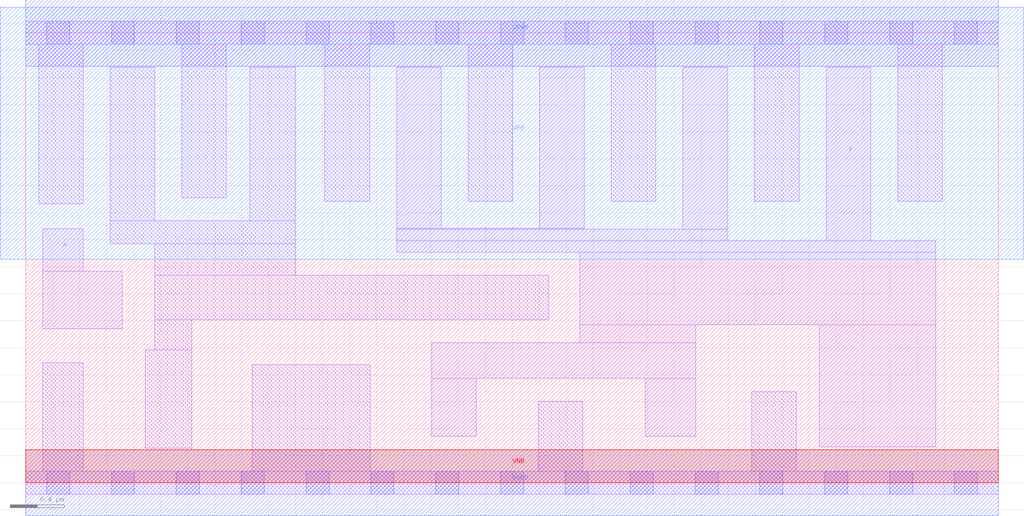
<source format=lef>
# Copyright 2020 The SkyWater PDK Authors
#
# Licensed under the Apache License, Version 2.0 (the "License");
# you may not use this file except in compliance with the License.
# You may obtain a copy of the License at
#
#     https://www.apache.org/licenses/LICENSE-2.0
#
# Unless required by applicable law or agreed to in writing, software
# distributed under the License is distributed on an "AS IS" BASIS,
# WITHOUT WARRANTIES OR CONDITIONS OF ANY KIND, either express or implied.
# See the License for the specific language governing permissions and
# limitations under the License.
#
# SPDX-License-Identifier: Apache-2.0

VERSION 5.7 ;
  NOWIREEXTENSIONATPIN ON ;
  DIVIDERCHAR "/" ;
  BUSBITCHARS "[]" ;
MACRO sky130_fd_sc_lp__clkbuflp_8
  CLASS CORE ;
  FOREIGN sky130_fd_sc_lp__clkbuflp_8 ;
  ORIGIN  0.000000  0.000000 ;
  SIZE  7.200000 BY  3.330000 ;
  SYMMETRY X Y R90 ;
  SITE unit ;
  PIN A
    ANTENNAGATEAREA  1.384000 ;
    DIRECTION INPUT ;
    USE SIGNAL ;
    PORT
      LAYER li1 ;
        RECT 0.125000 1.140000 0.715000 1.565000 ;
        RECT 0.125000 1.565000 0.425000 1.880000 ;
    END
  END A
  PIN X
    ANTENNADIFFAREA  1.428000 ;
    DIRECTION OUTPUT ;
    USE SIGNAL ;
    PORT
      LAYER li1 ;
        RECT 2.745000 1.705000 6.735000 1.790000 ;
        RECT 2.745000 1.790000 5.195000 1.875000 ;
        RECT 2.745000 1.875000 4.135000 1.885000 ;
        RECT 2.745000 1.885000 3.075000 3.075000 ;
        RECT 3.005000 0.345000 3.335000 0.775000 ;
        RECT 3.005000 0.775000 4.960000 1.035000 ;
        RECT 3.805000 1.885000 4.135000 3.075000 ;
        RECT 4.100000 1.035000 4.960000 1.170000 ;
        RECT 4.100000 1.170000 6.735000 1.705000 ;
        RECT 4.585000 0.345000 4.960000 0.775000 ;
        RECT 4.865000 1.875000 5.195000 3.075000 ;
        RECT 5.875000 0.265000 6.735000 1.170000 ;
        RECT 5.925000 1.790000 6.255000 3.075000 ;
    END
  END X
  PIN VGND
    DIRECTION INOUT ;
    USE GROUND ;
    PORT
      LAYER met1 ;
        RECT 0.000000 -0.245000 7.200000 0.245000 ;
    END
  END VGND
  PIN VNB
    DIRECTION INOUT ;
    USE GROUND ;
    PORT
      LAYER pwell ;
        RECT 0.000000 0.000000 7.200000 0.245000 ;
    END
  END VNB
  PIN VPB
    DIRECTION INOUT ;
    USE POWER ;
    PORT
      LAYER nwell ;
        RECT -0.190000 1.655000 7.390000 3.520000 ;
    END
  END VPB
  PIN VPWR
    DIRECTION INOUT ;
    USE POWER ;
    PORT
      LAYER met1 ;
        RECT 0.000000 3.085000 7.200000 3.575000 ;
    END
  END VPWR
  OBS
    LAYER li1 ;
      RECT 0.000000 -0.085000 7.200000 0.085000 ;
      RECT 0.000000  3.245000 7.200000 3.415000 ;
      RECT 0.095000  2.065000 0.425000 3.245000 ;
      RECT 0.125000  0.085000 0.425000 0.890000 ;
      RECT 0.625000  1.770000 1.995000 1.940000 ;
      RECT 0.625000  1.940000 0.955000 3.075000 ;
      RECT 0.885000  0.255000 1.230000 0.985000 ;
      RECT 0.955000  0.985000 1.230000 1.205000 ;
      RECT 0.955000  1.205000 3.870000 1.535000 ;
      RECT 0.955000  1.535000 1.995000 1.770000 ;
      RECT 1.155000  2.110000 1.485000 3.245000 ;
      RECT 1.660000  1.940000 1.995000 3.075000 ;
      RECT 1.675000  0.085000 2.550000 0.875000 ;
      RECT 2.215000  2.085000 2.545000 3.245000 ;
      RECT 3.275000  2.085000 3.605000 3.245000 ;
      RECT 3.795000  0.085000 4.125000 0.605000 ;
      RECT 4.335000  2.085000 4.665000 3.245000 ;
      RECT 5.375000  0.085000 5.705000 0.675000 ;
      RECT 5.395000  2.085000 5.725000 3.245000 ;
      RECT 6.455000  2.085000 6.785000 3.245000 ;
    LAYER mcon ;
      RECT 0.155000 -0.085000 0.325000 0.085000 ;
      RECT 0.155000  3.245000 0.325000 3.415000 ;
      RECT 0.635000 -0.085000 0.805000 0.085000 ;
      RECT 0.635000  3.245000 0.805000 3.415000 ;
      RECT 1.115000 -0.085000 1.285000 0.085000 ;
      RECT 1.115000  3.245000 1.285000 3.415000 ;
      RECT 1.595000 -0.085000 1.765000 0.085000 ;
      RECT 1.595000  3.245000 1.765000 3.415000 ;
      RECT 2.075000 -0.085000 2.245000 0.085000 ;
      RECT 2.075000  3.245000 2.245000 3.415000 ;
      RECT 2.555000 -0.085000 2.725000 0.085000 ;
      RECT 2.555000  3.245000 2.725000 3.415000 ;
      RECT 3.035000 -0.085000 3.205000 0.085000 ;
      RECT 3.035000  3.245000 3.205000 3.415000 ;
      RECT 3.515000 -0.085000 3.685000 0.085000 ;
      RECT 3.515000  3.245000 3.685000 3.415000 ;
      RECT 3.995000 -0.085000 4.165000 0.085000 ;
      RECT 3.995000  3.245000 4.165000 3.415000 ;
      RECT 4.475000 -0.085000 4.645000 0.085000 ;
      RECT 4.475000  3.245000 4.645000 3.415000 ;
      RECT 4.955000 -0.085000 5.125000 0.085000 ;
      RECT 4.955000  3.245000 5.125000 3.415000 ;
      RECT 5.435000 -0.085000 5.605000 0.085000 ;
      RECT 5.435000  3.245000 5.605000 3.415000 ;
      RECT 5.915000 -0.085000 6.085000 0.085000 ;
      RECT 5.915000  3.245000 6.085000 3.415000 ;
      RECT 6.395000 -0.085000 6.565000 0.085000 ;
      RECT 6.395000  3.245000 6.565000 3.415000 ;
      RECT 6.875000 -0.085000 7.045000 0.085000 ;
      RECT 6.875000  3.245000 7.045000 3.415000 ;
  END
END sky130_fd_sc_lp__clkbuflp_8
END LIBRARY

</source>
